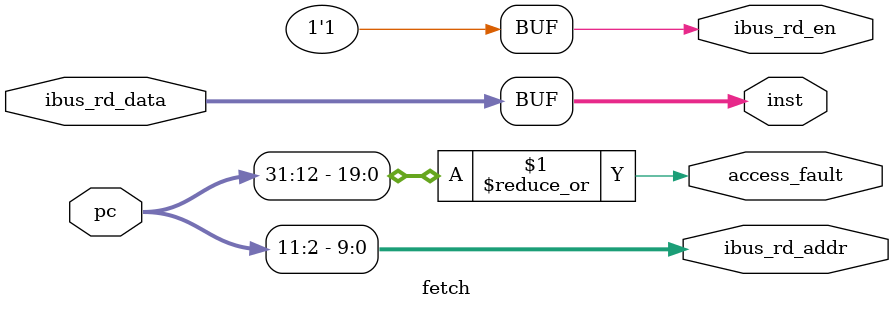
<source format=sv>
`timescale 1ns/1ps


module fetch #(
        parameter WIDTH             = 32,                   // data width
        parameter ROM_ADDR_WIDTH    = 10                    // ROM address with (word-addressable)
    ) (
        // clock not needed; module is purely combinatorial
        // reset not needed; module is stateless

        input wire  [WIDTH-1:0] pc,                         // current value of the program counter

        output wire ibus_rd_en,                             // instruction bus (ibus) read enable
        output wire [ROM_ADDR_WIDTH-1:0] ibus_rd_addr,      // ibus read address (word-addressable)
        input wire  [WIDTH-1:0] ibus_rd_data,               // ibus read data

        output wire [WIDTH-1:0] inst,                       // current instruction bits
        output wire access_fault                            // asserted if PC is outside of ibus address space
    );


    assign ibus_rd_en = 1;
    assign ibus_rd_addr = pc[(ROM_ADDR_WIDTH+2)-1:2];
    assign inst = ibus_rd_data;

    assign access_fault = |( pc[WIDTH-1:ROM_ADDR_WIDTH+2] ); // reduction operator OR of upper address bits

endmodule
</source>
